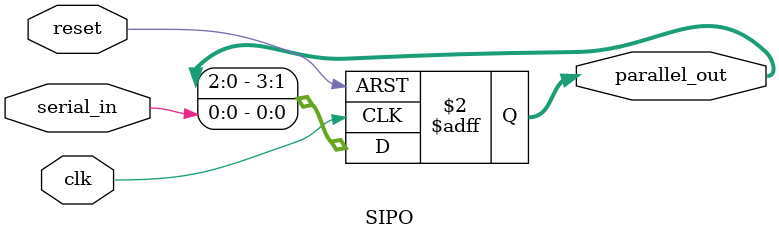
<source format=sv>
`timescale 1ns / 1ps


module SIPO (
    input logic clk,         // Clock signal
    input logic reset,       // Active-high reset
    input logic serial_in,   // Serial input
    output logic [3:0] parallel_out  // 4-bit Parallel output
);

    // Shift register logic
    always_ff @(posedge clk or posedge reset) begin
        if (reset)
            parallel_out <= 4'b0000;  // Reset all bits to 0
        else
            parallel_out <= {parallel_out[2:0], serial_in};  // Shift left and insert new bit
    end

endmodule

</source>
